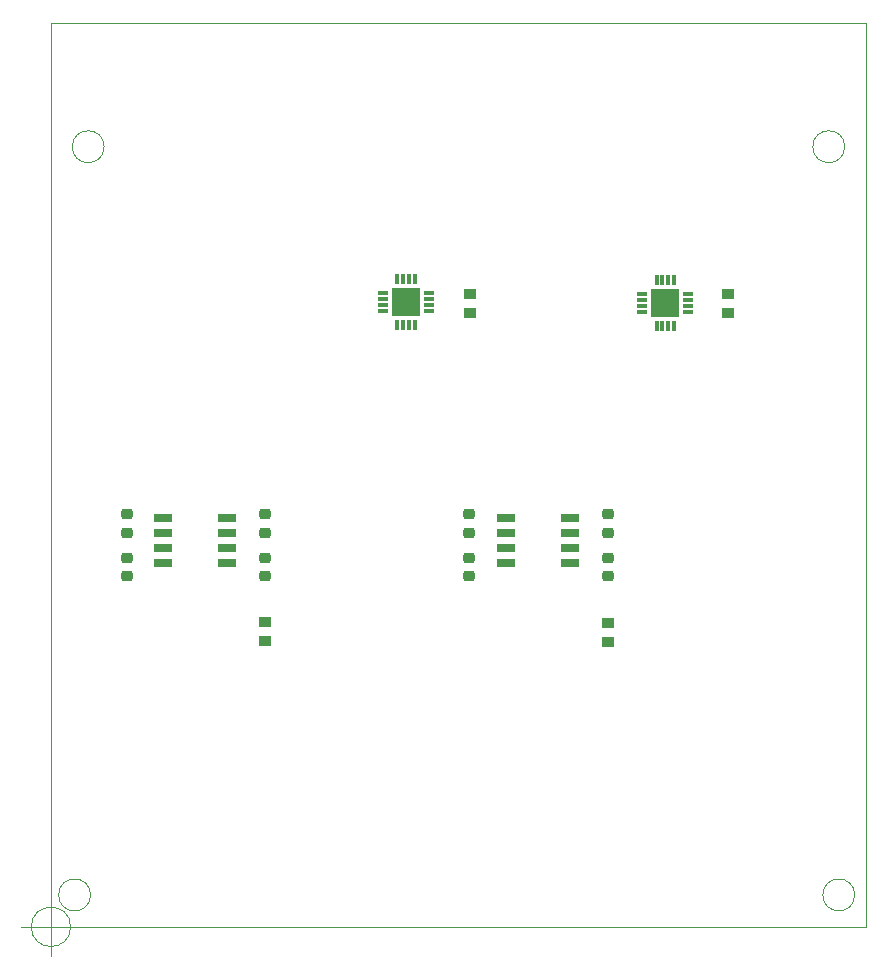
<source format=gbr>
G04 #@! TF.GenerationSoftware,KiCad,Pcbnew,(6.0.4-0)*
G04 #@! TF.CreationDate,2022-11-09T17:11:16+01:00*
G04 #@! TF.ProjectId,adapter_hybrid_assistor_hpc_2HDMI,61646170-7465-4725-9f68-79627269645f,rev?*
G04 #@! TF.SameCoordinates,Original*
G04 #@! TF.FileFunction,Paste,Bot*
G04 #@! TF.FilePolarity,Positive*
%FSLAX46Y46*%
G04 Gerber Fmt 4.6, Leading zero omitted, Abs format (unit mm)*
G04 Created by KiCad (PCBNEW (6.0.4-0)) date 2022-11-09 17:11:16*
%MOMM*%
%LPD*%
G01*
G04 APERTURE LIST*
G04 Aperture macros list*
%AMRoundRect*
0 Rectangle with rounded corners*
0 $1 Rounding radius*
0 $2 $3 $4 $5 $6 $7 $8 $9 X,Y pos of 4 corners*
0 Add a 4 corners polygon primitive as box body*
4,1,4,$2,$3,$4,$5,$6,$7,$8,$9,$2,$3,0*
0 Add four circle primitives for the rounded corners*
1,1,$1+$1,$2,$3*
1,1,$1+$1,$4,$5*
1,1,$1+$1,$6,$7*
1,1,$1+$1,$8,$9*
0 Add four rect primitives between the rounded corners*
20,1,$1+$1,$2,$3,$4,$5,0*
20,1,$1+$1,$4,$5,$6,$7,0*
20,1,$1+$1,$6,$7,$8,$9,0*
20,1,$1+$1,$8,$9,$2,$3,0*%
G04 Aperture macros list end*
G04 #@! TA.AperFunction,Profile*
%ADD10C,0.100000*%
G04 #@! TD*
G04 #@! TA.AperFunction,Profile*
%ADD11C,0.050000*%
G04 #@! TD*
%ADD12R,1.000000X0.950000*%
%ADD13RoundRect,0.218750X-0.256250X0.218750X-0.256250X-0.218750X0.256250X-0.218750X0.256250X0.218750X0*%
%ADD14RoundRect,0.218750X0.256250X-0.218750X0.256250X0.218750X-0.256250X0.218750X-0.256250X-0.218750X0*%
%ADD15R,1.528000X0.650000*%
%ADD16R,0.300000X0.850000*%
%ADD17R,0.850000X0.300000*%
%ADD18R,2.400000X2.400000*%
G04 APERTURE END LIST*
D10*
X100000000Y-100000000D02*
X100000000Y-176500000D01*
X100000000Y-176500000D02*
X169000000Y-176500000D01*
X169000000Y-100000000D02*
X169000000Y-176500000D01*
X100000000Y-100000000D02*
X169000000Y-100000000D01*
D11*
X168050000Y-173800000D02*
G75*
G03*
X168050000Y-173800000I-1350000J0D01*
G01*
X103350000Y-173800000D02*
G75*
G03*
X103350000Y-173800000I-1350000J0D01*
G01*
X104500000Y-110450000D02*
G75*
G03*
X104500000Y-110450000I-1350000J0D01*
G01*
X167200000Y-110450000D02*
G75*
G03*
X167200000Y-110450000I-1350000J0D01*
G01*
X101666666Y-176500000D02*
G75*
G03*
X101666666Y-176500000I-1666666J0D01*
G01*
X97500000Y-176500000D02*
X102500000Y-176500000D01*
X100000000Y-174000000D02*
X100000000Y-179000000D01*
X101666666Y-176500000D02*
G75*
G03*
X101666666Y-176500000I-1666666J0D01*
G01*
X97500000Y-176500000D02*
X102500000Y-176500000D01*
X100000000Y-174000000D02*
X100000000Y-179000000D01*
X101666666Y-176500000D02*
G75*
G03*
X101666666Y-176500000I-1666666J0D01*
G01*
X97500000Y-176500000D02*
X102500000Y-176500000D01*
X100000000Y-174000000D02*
X100000000Y-179000000D01*
D12*
X147193000Y-150749000D03*
X147193000Y-152349000D03*
X118110000Y-150711000D03*
X118110000Y-152311000D03*
X157353000Y-122936000D03*
X157353000Y-124536000D03*
D13*
X147193000Y-141554000D03*
X147193000Y-143129000D03*
D14*
X135382000Y-146837500D03*
X135382000Y-145262500D03*
D13*
X106400500Y-141554000D03*
X106400500Y-143129000D03*
X118135500Y-141554000D03*
X118135500Y-143129000D03*
D14*
X106426000Y-146837500D03*
X106426000Y-145262500D03*
X118110000Y-146837500D03*
X118110000Y-145262500D03*
D15*
X138557000Y-145669000D03*
X138557000Y-144399000D03*
X138557000Y-143129000D03*
X138557000Y-141859000D03*
X143979000Y-141859000D03*
X143979000Y-143129000D03*
X143979000Y-144399000D03*
X143979000Y-145669000D03*
D16*
X152769000Y-125648000D03*
X152269000Y-125648000D03*
X151769000Y-125648000D03*
X151269000Y-125648000D03*
D17*
X150069000Y-124448000D03*
X150069000Y-123948000D03*
X150069000Y-123448000D03*
X150069000Y-122948000D03*
D16*
X151269000Y-121748000D03*
X151769000Y-121748000D03*
X152269000Y-121748000D03*
X152769000Y-121748000D03*
D17*
X153969000Y-122948000D03*
X153969000Y-123448000D03*
X153969000Y-123948000D03*
X153969000Y-124448000D03*
D18*
X152019000Y-123698000D03*
D16*
X130798000Y-125521000D03*
X130298000Y-125521000D03*
X129798000Y-125521000D03*
X129298000Y-125521000D03*
D17*
X128098000Y-124321000D03*
X128098000Y-123821000D03*
X128098000Y-123321000D03*
X128098000Y-122821000D03*
D16*
X129298000Y-121621000D03*
X129798000Y-121621000D03*
X130298000Y-121621000D03*
X130798000Y-121621000D03*
D17*
X131998000Y-122821000D03*
X131998000Y-123321000D03*
X131998000Y-123821000D03*
X131998000Y-124321000D03*
D18*
X130048000Y-123571000D03*
D15*
X109513000Y-145669000D03*
X109513000Y-144399000D03*
X109513000Y-143129000D03*
X109513000Y-141859000D03*
X114935000Y-141859000D03*
X114935000Y-143129000D03*
X114935000Y-144399000D03*
X114935000Y-145669000D03*
D13*
X135382000Y-141554000D03*
X135382000Y-143129000D03*
D12*
X135509000Y-122936000D03*
X135509000Y-124536000D03*
D14*
X147193000Y-146837500D03*
X147193000Y-145262500D03*
M02*

</source>
